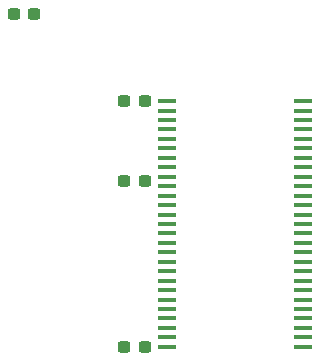
<source format=gtp>
G04 #@! TF.GenerationSoftware,KiCad,Pcbnew,6.0.1*
G04 #@! TF.CreationDate,2022-02-15T02:13:10-08:00*
G04 #@! TF.ProjectId,iCE40-SDRAM,69434534-302d-4534-9452-414d2e6b6963,rev?*
G04 #@! TF.SameCoordinates,Original*
G04 #@! TF.FileFunction,Paste,Top*
G04 #@! TF.FilePolarity,Positive*
%FSLAX46Y46*%
G04 Gerber Fmt 4.6, Leading zero omitted, Abs format (unit mm)*
G04 Created by KiCad (PCBNEW 6.0.1) date 2022-02-15 02:13:10*
%MOMM*%
%LPD*%
G01*
G04 APERTURE LIST*
G04 Aperture macros list*
%AMRoundRect*
0 Rectangle with rounded corners*
0 $1 Rounding radius*
0 $2 $3 $4 $5 $6 $7 $8 $9 X,Y pos of 4 corners*
0 Add a 4 corners polygon primitive as box body*
4,1,4,$2,$3,$4,$5,$6,$7,$8,$9,$2,$3,0*
0 Add four circle primitives for the rounded corners*
1,1,$1+$1,$2,$3*
1,1,$1+$1,$4,$5*
1,1,$1+$1,$6,$7*
1,1,$1+$1,$8,$9*
0 Add four rect primitives between the rounded corners*
20,1,$1+$1,$2,$3,$4,$5,0*
20,1,$1+$1,$4,$5,$6,$7,0*
20,1,$1+$1,$6,$7,$8,$9,0*
20,1,$1+$1,$8,$9,$2,$3,0*%
G04 Aperture macros list end*
%ADD10RoundRect,0.237500X-0.300000X-0.237500X0.300000X-0.237500X0.300000X0.237500X-0.300000X0.237500X0*%
%ADD11RoundRect,0.237500X0.300000X0.237500X-0.300000X0.237500X-0.300000X-0.237500X0.300000X-0.237500X0*%
%ADD12R,1.510000X0.458000*%
G04 APERTURE END LIST*
D10*
X128912500Y-57090000D03*
X127187500Y-57090000D03*
D11*
X138265000Y-85240000D03*
X136540000Y-85240000D03*
X136545000Y-71230000D03*
X138270000Y-71230000D03*
X138270000Y-64440000D03*
X136545000Y-64440000D03*
D12*
X140135000Y-64440000D03*
X140135000Y-65240000D03*
X140135000Y-66040000D03*
X140135000Y-66840000D03*
X140135000Y-67640000D03*
X140135000Y-68440000D03*
X140135000Y-69240000D03*
X140135000Y-70040000D03*
X140135000Y-70840000D03*
X140135000Y-71640000D03*
X140135000Y-72440000D03*
X140135000Y-73240000D03*
X140135000Y-74040000D03*
X140135000Y-74840000D03*
X140135000Y-75640000D03*
X140135000Y-76440000D03*
X140135000Y-77240000D03*
X140135000Y-78040000D03*
X140135000Y-78840000D03*
X140135000Y-79640000D03*
X140135000Y-80440000D03*
X140135000Y-81240000D03*
X140135000Y-82040000D03*
X140135000Y-82840000D03*
X140135000Y-83640000D03*
X140135000Y-84440000D03*
X140135000Y-85240000D03*
X151635000Y-85240000D03*
X151635000Y-84440000D03*
X151635000Y-83640000D03*
X151635000Y-82840000D03*
X151635000Y-82040000D03*
X151635000Y-81240000D03*
X151635000Y-80440000D03*
X151635000Y-79640000D03*
X151635000Y-78840000D03*
X151635000Y-78040000D03*
X151635000Y-77240000D03*
X151635000Y-76440000D03*
X151635000Y-75640000D03*
X151635000Y-74840000D03*
X151635000Y-74040000D03*
X151635000Y-73240000D03*
X151635000Y-72440000D03*
X151635000Y-71640000D03*
X151635000Y-70840000D03*
X151635000Y-70040000D03*
X151635000Y-69240000D03*
X151635000Y-68440000D03*
X151635000Y-67640000D03*
X151635000Y-66840000D03*
X151635000Y-66040000D03*
X151635000Y-65240000D03*
X151635000Y-64440000D03*
M02*

</source>
